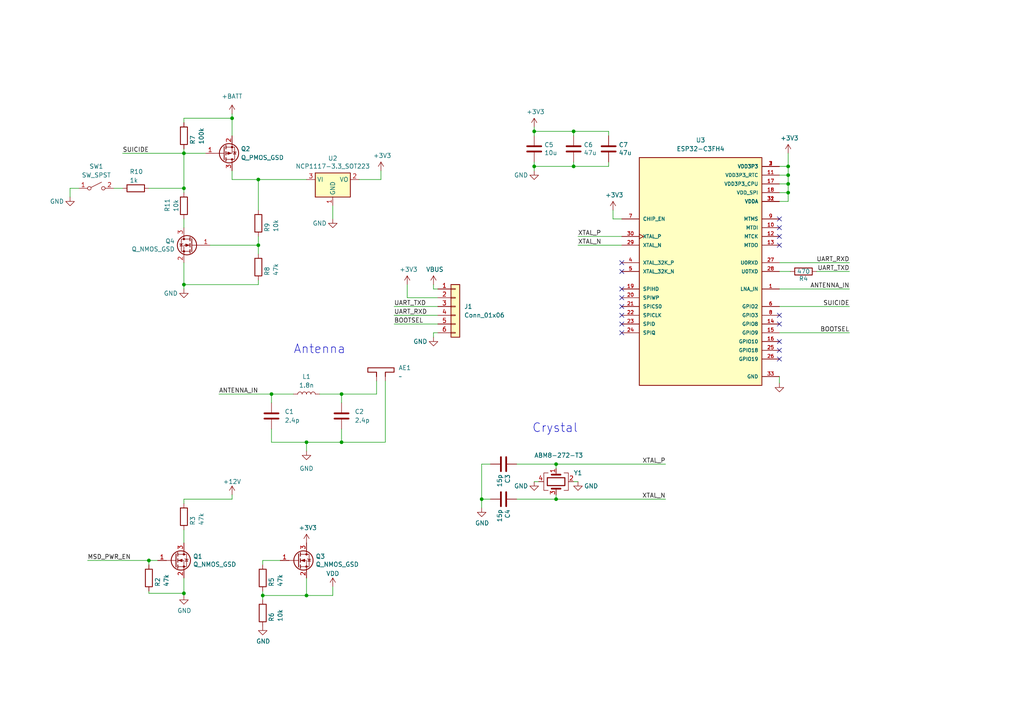
<source format=kicad_sch>
(kicad_sch (version 20231120) (generator "eeschema") (generator_version "8.0")
  (paper "A4")
  (lib_symbols
    (symbol "Battery_Management:LTC4054ES5-4.2"
      (property "Reference" "U" (at -5.842 6.604 0))
      (property "Value" "LTC4054ES5-4.2" (at 1.524 6.604 0))
      (symbol "LTC4054ES5-4.2_0_1"
        (rectangle (start -7.62 5.08) (end 7.62 -7.62) (stroke (width 0.254)) (fill (type background)))
      )
      (symbol "LTC4054ES5-4.2_1_1"
        (pin open_collector line (at -10.16 0 0) (length 2.54) (name "~{CHRG}") (number "1"))
        (pin power_in line (at 0 -10.16 90) (length 2.54) (name "GND") (number "2"))
        (pin power_out line (at 10.16 0 180) (length 2.54) (name "BAT") (number "3"))
        (pin power_in line (at 0 7.62 270) (length 2.54) (name "V_{CC}") (number "4"))
        (pin bidirectional line (at -10.16 -2.54 0) (length 2.54) (name "PROG") (number "5"))
      )
    )
    (symbol "Connector:TestPoint" (pin_numbers hide) (pin_names (offset 0.762) hide)
      (property "Reference" "TP" (at 0 6.858 0))
      (property "Value" "TestPoint" (at 0 5.08 0))
      (symbol "TestPoint_0_1"
        (circle (center 0 3.302) (radius 0.762))
      )
      (symbol "TestPoint_1_1"
        (pin passive line (at 0 0 90) (length 2.54) (name "1") (number "1"))
      )
    )
    (symbol "Connector_Generic:Conn_01x06" (pin_names (offset 1.016) hide)
      (property "Reference" "J" (at 0 7.62 0))
      (property "Value" "Conn_01x06" (at 0 -10.16 0))
      (symbol "Conn_01x06_1_1"
        (rectangle (start -1.27 -7.493) (end 0 -7.747) (stroke (width 0.1524)))
        (rectangle (start -1.27 -4.953) (end 0 -5.207) (stroke (width 0.1524)))
        (rectangle (start -1.27 -2.413) (end 0 -2.667) (stroke (width 0.1524)))
        (rectangle (start -1.27 0.127) (end 0 -0.127) (stroke (width 0.1524)))
        (rectangle (start -1.27 2.667) (end 0 2.413) (stroke (width 0.1524)))
        (rectangle (start -1.27 5.207) (end 0 4.953) (stroke (width 0.1524)))
        (rectangle (start -1.27 6.35) (end 1.27 -8.89) (stroke (width 0.254)) (fill (type background)))
        (pin passive line (at -5.08 5.08 0) (length 3.81) (name "Pin_1") (number "1"))
        (pin passive line (at -5.08 2.54 0) (length 3.81) (name "Pin_2") (number "2"))
        (pin passive line (at -5.08 0 0) (length 3.81) (name "Pin_3") (number "3"))
        (pin passive line (at -5.08 -2.54 0) (length 3.81) (name "Pin_4") (number "4"))
        (pin passive line (at -5.08 -5.08 0) (length 3.81) (name "Pin_5") (number "5"))
        (pin passive line (at -5.08 -7.62 0) (length 3.81) (name "Pin_6") (number "6"))
      )
    )
    (symbol "CustomSymbols:ESP32-C3FH4" (pin_names (offset 1.016))
      (property "Reference" "U" (at -17.78 33.782 0))
      (property "Value" "ESP32-C3FH4" (at -17.78 -33.782 0))
      (symbol "ESP32-C3FH4_0_0"
        (rectangle (start -17.78 -33.02) (end 17.78 33.02) (stroke (width 0.254)) (fill (type background)))
        (pin bidirectional line (at 22.86 -5.08 180) (length 5.08) (name "LNA_IN") (number "1"))
        (pin bidirectional line (at 22.86 12.7 180) (length 5.08) (name "MTDI") (number "10"))
        (pin power_in line (at 22.86 27.94 180) (length 5.08) (name "VDD3P3_RTC") (number "11"))
        (pin bidirectional line (at 22.86 10.16 180) (length 5.08) (name "MTCK") (number "12"))
        (pin bidirectional line (at 22.86 7.62 180) (length 5.08) (name "MTDO") (number "13"))
        (pin bidirectional line (at 22.86 -15.24 180) (length 5.08) (name "GPIO8") (number "14"))
        (pin bidirectional line (at 22.86 -17.78 180) (length 5.08) (name "GPIO9") (number "15"))
        (pin bidirectional line (at 22.86 -20.32 180) (length 5.08) (name "GPIO10") (number "16"))
        (pin power_in line (at 22.86 25.4 180) (length 5.08) (name "VDD3P3_CPU") (number "17"))
        (pin power_in line (at 22.86 22.86 180) (length 5.08) (name "VDD_SPI") (number "18"))
        (pin bidirectional line (at -22.86 -5.08 0) (length 5.08) (name "SPIHD") (number "19"))
        (pin power_in line (at 22.86 30.48 180) (length 5.08) (name "VDD3P3") (number "2"))
        (pin bidirectional line (at -22.86 -7.62 0) (length 5.08) (name "SPIWP") (number "20"))
        (pin bidirectional line (at -22.86 -10.16 0) (length 5.08) (name "SPICS0") (number "21"))
        (pin bidirectional line (at -22.86 -12.7 0) (length 5.08) (name "SPICLK") (number "22"))
        (pin bidirectional line (at -22.86 -15.24 0) (length 5.08) (name "SPID") (number "23"))
        (pin bidirectional line (at -22.86 -17.78 0) (length 5.08) (name "SPIQ") (number "24"))
        (pin bidirectional line (at 22.86 -22.86 180) (length 5.08) (name "GPIO18") (number "25"))
        (pin bidirectional line (at 22.86 -25.4 180) (length 5.08) (name "GPIO19") (number "26"))
        (pin bidirectional line (at 22.86 2.54 180) (length 5.08) (name "U0RXD") (number "27"))
        (pin bidirectional line (at 22.86 0 180) (length 5.08) (name "U0TXD") (number "28"))
        (pin output line (at -22.86 7.62 0) (length 5.08) (name "XTAL_N") (number "29"))
        (pin power_in line (at 22.86 30.48 180) (length 5.08) (name "VDD3P3") (number "3"))
        (pin input clock (at -22.86 10.16 0) (length 5.08) (name "XTAL_P") (number "30"))
        (pin power_in line (at 22.86 20.32 180) (length 5.08) (name "VDDA") (number "31"))
        (pin power_in line (at 22.86 20.32 180) (length 5.08) (name "VDDA") (number "32"))
        (pin power_in line (at 22.86 -30.48 180) (length 5.08) (name "GND") (number "33"))
        (pin bidirectional line (at -22.86 2.54 0) (length 5.08) (name "XTAL_32K_P") (number "4"))
        (pin bidirectional line (at -22.86 0 0) (length 5.08) (name "XTAL_32K_N") (number "5"))
        (pin bidirectional line (at 22.86 -10.16 180) (length 5.08) (name "GPIO2") (number "6"))
        (pin input line (at -22.86 15.24 0) (length 5.08) (name "CHIP_EN") (number "7"))
        (pin bidirectional line (at 22.86 -12.7 180) (length 5.08) (name "GPIO3") (number "8"))
        (pin bidirectional line (at 22.86 15.24 180) (length 5.08) (name "MTMS") (number "9"))
      )
    )
    (symbol "Device:Antenna_Dipole" (pin_numbers hide) (pin_names (offset 1.016) hide)
      (property "Reference" "AE" (at 1.27 1.27 0))
      (property "Value" "Antenna_Dipole" (at 1.27 0 0))
      (symbol "Antenna_Dipole_0_1"
        (polyline (pts (xy 2.54 -3.81) (xy 2.54 -2.54) (xy 5.08 -2.54) (xy 5.08 -1.27) (xy -2.54 -1.27) (xy -2.54 -2.54) (xy 0 -2.54) (xy 0 -3.81)) (stroke (width 0.254)))
      )
      (symbol "Antenna_Dipole_1_1"
        (pin input line (at 0 -5.08 90) (length 2.54) (name "~") (number "1"))
        (pin input line (at 2.54 -5.08 90) (length 2.54) (name "~") (number "2"))
      )
    )
    (symbol "Device:C" (pin_numbers hide) (pin_names (offset 0.254))
      (property "Reference" "C" (at 0.635 2.54 0))
      (property "Value" "C" (at 0.635 -2.54 0))
      (symbol "C_0_1"
        (polyline (pts (xy -2.032 -0.762) (xy 2.032 -0.762)) (stroke (width 0.508)))
        (polyline (pts (xy -2.032 0.762) (xy 2.032 0.762)) (stroke (width 0.508)))
      )
      (symbol "C_1_1"
        (pin passive line (at 0 3.81 270) (length 2.794) (name "~") (number "1"))
        (pin passive line (at 0 -3.81 90) (length 2.794) (name "~") (number "2"))
      )
    )
    (symbol "Device:Crystal_GND24" (pin_names (offset 1.016) hide)
      (property "Reference" "Y" (at 3.175 5.08 0))
      (property "Value" "Crystal_GND24" (at 3.175 3.175 0))
      (symbol "Crystal_GND24_0_1"
        (rectangle (start -1.143 2.54) (end 1.143 -2.54) (stroke (width 0.3048)))
        (polyline (pts (xy -2.54 0) (xy -2.032 0)))
        (polyline (pts (xy -2.032 -1.27) (xy -2.032 1.27)) (stroke (width 0.508)))
        (polyline (pts (xy 0 -3.81) (xy 0 -3.556)))
        (polyline (pts (xy 0 3.556) (xy 0 3.81)))
        (polyline (pts (xy 2.032 -1.27) (xy 2.032 1.27)) (stroke (width 0.508)))
        (polyline (pts (xy 2.032 0) (xy 2.54 0)))
        (polyline (pts (xy -2.54 -2.286) (xy -2.54 -3.556) (xy 2.54 -3.556) (xy 2.54 -2.286)))
        (polyline (pts (xy -2.54 2.286) (xy -2.54 3.556) (xy 2.54 3.556) (xy 2.54 2.286)))
      )
      (symbol "Crystal_GND24_1_1"
        (pin passive line (at -3.81 0 0) (length 1.27) (name "1") (number "1"))
        (pin passive line (at 0 5.08 270) (length 1.27) (name "2") (number "2"))
        (pin passive line (at 3.81 0 180) (length 1.27) (name "3") (number "3"))
        (pin passive line (at 0 -5.08 90) (length 1.27) (name "4") (number "4"))
      )
    )
    (symbol "Device:L" (pin_numbers hide) (pin_names (offset 1.016) hide)
      (property "Reference" "L" (at -1.27 0 90))
      (property "Value" "L" (at 1.905 0 90))
      (symbol "L_0_1"
        (arc (start 0 -2.54) (mid 0.6323 -1.905) (end 0 -1.27))
        (arc (start 0 -1.27) (mid 0.6323 -0.635) (end 0 0))
        (arc (start 0 0) (mid 0.6323 0.635) (end 0 1.27))
        (arc (start 0 1.27) (mid 0.6323 1.905) (end 0 2.54))
      )
      (symbol "L_1_1"
        (pin passive line (at 0 3.81 270) (length 1.27) (name "1") (number "1"))
        (pin passive line (at 0 -3.81 90) (length 1.27) (name "2") (number "2"))
      )
    )
    (symbol "Device:Q_NMOS_GSD" (pin_names (offset 0) hide)
      (property "Reference" "Q" (at 5.08 1.27 0))
      (property "Value" "Q_NMOS_GSD" (at 5.08 -1.27 0))
      (symbol "Q_NMOS_GSD_0_1"
        (polyline (pts (xy 0.254 0) (xy -2.54 0)))
        (polyline (pts (xy 0.254 1.905) (xy 0.254 -1.905)) (stroke (width 0.254)))
        (polyline (pts (xy 0.762 -1.27) (xy 0.762 -2.286)) (stroke (width 0.254)))
        (polyline (pts (xy 0.762 0.508) (xy 0.762 -0.508)) (stroke (width 0.254)))
        (polyline (pts (xy 0.762 2.286) (xy 0.762 1.27)) (stroke (width 0.254)))
        (polyline (pts (xy 2.54 2.54) (xy 2.54 1.778)))
        (polyline (pts (xy 2.54 -2.54) (xy 2.54 0) (xy 0.762 0)))
        (polyline (pts (xy 0.762 -1.778) (xy 3.302 -1.778) (xy 3.302 1.778) (xy 0.762 1.778)))
        (polyline (pts (xy 1.016 0) (xy 2.032 0.381) (xy 2.032 -0.381) (xy 1.016 0)) (fill (type outline)))
        (polyline (pts (xy 2.794 0.508) (xy 2.921 0.381) (xy 3.683 0.381) (xy 3.81 0.254)))
        (polyline (pts (xy 3.302 0.381) (xy 2.921 -0.254) (xy 3.683 -0.254) (xy 3.302 0.381)))
        (circle (center 1.651 0) (radius 2.794) (stroke (width 0.254)))
        (circle (center 2.54 -1.778) (radius 0.254) (fill (type outline)))
        (circle (center 2.54 1.778) (radius 0.254) (fill (type outline)))
      )
      (symbol "Q_NMOS_GSD_1_1"
        (pin input line (at -5.08 0 0) (length 2.54) (name "G") (number "1"))
        (pin passive line (at 2.54 -5.08 90) (length 2.54) (name "S") (number "2"))
        (pin passive line (at 2.54 5.08 270) (length 2.54) (name "D") (number "3"))
      )
    )
    (symbol "Device:Q_PMOS_GSD" (pin_names (offset 0) hide)
      (property "Reference" "Q" (at 5.08 1.27 0))
      (property "Value" "Q_PMOS_GSD" (at 5.08 -1.27 0))
      (symbol "Q_PMOS_GSD_0_1"
        (polyline (pts (xy 0.254 0) (xy -2.54 0)))
        (polyline (pts (xy 0.254 1.905) (xy 0.254 -1.905)) (stroke (width 0.254)))
        (polyline (pts (xy 0.762 -1.27) (xy 0.762 -2.286)) (stroke (width 0.254)))
        (polyline (pts (xy 0.762 0.508) (xy 0.762 -0.508)) (stroke (width 0.254)))
        (polyline (pts (xy 0.762 2.286) (xy 0.762 1.27)) (stroke (width 0.254)))
        (polyline (pts (xy 2.54 2.54) (xy 2.54 1.778)))
        (polyline (pts (xy 2.54 -2.54) (xy 2.54 0) (xy 0.762 0)))
        (polyline (pts (xy 0.762 1.778) (xy 3.302 1.778) (xy 3.302 -1.778) (xy 0.762 -1.778)))
        (polyline (pts (xy 2.286 0) (xy 1.27 0.381) (xy 1.27 -0.381) (xy 2.286 0)) (fill (type outline)))
        (polyline (pts (xy 2.794 -0.508) (xy 2.921 -0.381) (xy 3.683 -0.381) (xy 3.81 -0.254)))
        (polyline (pts (xy 3.302 -0.381) (xy 2.921 0.254) (xy 3.683 0.254) (xy 3.302 -0.381)))
        (circle (center 1.651 0) (radius 2.794) (stroke (width 0.254)))
        (circle (center 2.54 -1.778) (radius 0.254) (fill (type outline)))
        (circle (center 2.54 1.778) (radius 0.254) (fill (type outline)))
      )
      (symbol "Q_PMOS_GSD_1_1"
        (pin input line (at -5.08 0 0) (length 2.54) (name "G") (number "1"))
        (pin passive line (at 2.54 -5.08 90) (length 2.54) (name "S") (number "2"))
        (pin passive line (at 2.54 5.08 270) (length 2.54) (name "D") (number "3"))
      )
    )
    (symbol "Device:R" (pin_numbers hide) (pin_names (offset 0))
      (property "Reference" "R" (at 2.032 0 90))
      (property "Value" "R" (at 0 0 90))
      (symbol "R_0_1"
        (rectangle (start -1.016 -2.54) (end 1.016 2.54) (stroke (width 0.254)))
      )
      (symbol "R_1_1"
        (pin passive line (at 0 3.81 270) (length 1.27) (name "~") (number "1"))
        (pin passive line (at 0 -3.81 90) (length 1.27) (name "~") (number "2"))
      )
    )
    (symbol "Regulator_Linear:NCP1117-3.3_SOT223"
      (property "Reference" "U" (at -3.81 3.175 0))
      (property "Value" "NCP1117-3.3_SOT223" (at 0 3.175 0))
      (symbol "NCP1117-3.3_SOT223_0_1"
        (rectangle (start -5.08 -5.08) (end 5.08 1.905) (stroke (width 0.254)) (fill (type background)))
      )
      (symbol "NCP1117-3.3_SOT223_1_1"
        (pin power_in line (at 0 -7.62 90) (length 2.54) (name "GND") (number "1"))
        (pin power_out line (at 7.62 0 180) (length 2.54) (name "VO") (number "2"))
        (pin power_in line (at -7.62 0 0) (length 2.54) (name "VI") (number "3"))
      )
    )
    (symbol "Switch:SW_SPST" (pin_names (offset 0) hide)
      (property "Reference" "SW" (at 0 3.175 0))
      (property "Value" "SW_SPST" (at 0 -2.54 0))
      (symbol "SW_SPST_0_0"
        (circle (center -2.032 0) (radius 0.508))
        (polyline (pts (xy -1.524 0.254) (xy 1.524 1.778)))
        (circle (center 2.032 0) (radius 0.508))
      )
      (symbol "SW_SPST_1_1"
        (pin passive line (at -5.08 0 0) (length 2.54) (name "A") (number "1"))
        (pin passive line (at 5.08 0 180) (length 2.54) (name "B") (number "2"))
      )
    )
    (symbol "easyeda2kicad:BH-18650-B1BA002"
      (property "Reference" "BT" (at 0 5.08 0))
      (property "Value" "BH-18650-B1BA002" (at 0 -5.08 0))
      (symbol "BH-18650-B1BA002_0_1"
        (polyline (pts (xy -1.27 2.29) (xy -1.27 -1.78)))
        (polyline (pts (xy -0.51 1.27) (xy -0.51 -1.02)))
        (polyline (pts (xy 0.25 2.29) (xy 0.25 -1.78)))
        (polyline (pts (xy 1.02 1.27) (xy 1.02 -1.02)))
        (pin input line (at 5.08 0 180) (length 3.81) (name "1") (number "1"))
        (pin input line (at -5.08 0 0) (length 3.81) (name "2") (number "2"))
      )
    )
    (symbol "power:+12V" (power) (pin_names (offset 0))
      (property "Value" "+12V" (at 0 3.556 0))
      (symbol "+12V_0_1"
        (polyline (pts (xy -0.762 1.27) (xy 0 2.54)))
        (polyline (pts (xy 0 0) (xy 0 2.54)))
        (polyline (pts (xy 0 2.54) (xy 0.762 1.27)))
      )
      (symbol "+12V_1_1"
        (pin power_in line (at 0 0 90) (length 0) hide (name "+12V") (number "1"))
      )
    )
    (symbol "power:+3V3" (power) (pin_names (offset 0))
      (property "Value" "+3V3" (at 0 3.556 0))
      (symbol "+3V3_0_1"
        (polyline (pts (xy -0.762 1.27) (xy 0 2.54)))
        (polyline (pts (xy 0 0) (xy 0 2.54)))
        (polyline (pts (xy 0 2.54) (xy 0.762 1.27)))
      )
      (symbol "+3V3_1_1"
        (pin power_in line (at 0 0 90) (length 0) hide (name "+3V3") (number "1"))
      )
    )
    (symbol "power:+BATT" (power) (pin_names (offset 0))
      (property "Value" "+BATT" (at 0 3.556 0))
      (symbol "+BATT_0_1"
        (polyline (pts (xy -0.762 1.27) (xy 0 2.54)))
        (polyline (pts (xy 0 0) (xy 0 2.54)))
        (polyline (pts (xy 0 2.54) (xy 0.762 1.27)))
      )
      (symbol "+BATT_1_1"
        (pin power_in line (at 0 0 90) (length 0) hide (name "+BATT") (number "1"))
      )
    )
    (symbol "power:GND" (power) (pin_names (offset 0))
      (property "Value" "GND" (at 0 -3.81 0))
      (symbol "GND_0_1"
        (polyline (pts (xy 0 0) (xy 0 -1.27) (xy 1.27 -1.27) (xy 0 -2.54) (xy -1.27 -1.27) (xy 0 -1.27)))
      )
      (symbol "GND_1_1"
        (pin power_in line (at 0 0 270) (length 0) hide (name "GND") (number "1"))
      )
    )
    (symbol "power:VBUS" (power) (pin_names (offset 0))
      (property "Value" "VBUS" (at 0 3.81 0))
      (symbol "VBUS_0_1"
        (polyline (pts (xy -0.762 1.27) (xy 0 2.54)))
        (polyline (pts (xy 0 0) (xy 0 2.54)))
        (polyline (pts (xy 0 2.54) (xy 0.762 1.27)))
      )
      (symbol "VBUS_1_1"
        (pin power_in line (at 0 0 90) (length 0) hide (name "VBUS") (number "1"))
      )
    )
    (symbol "power:VDD" (power) (pin_names (offset 0))
      (property "Value" "VDD" (at 0 3.81 0))
      (symbol "VDD_0_1"
        (polyline (pts (xy -0.762 1.27) (xy 0 2.54)))
        (polyline (pts (xy 0 0) (xy 0 2.54)))
        (polyline (pts (xy 0 2.54) (xy 0.762 1.27)))
      )
      (symbol "VDD_1_1"
        (pin power_in line (at 0 0 90) (length 0) hide (name "VDD") (number "1"))
      )
    )
  )
  (junction (at 53.34 44.45))
  (junction (at 228.6 55.88))
  (junction (at 74.93 52.07))
  (junction (at 53.34 54.61))
  (junction (at 166.37 48.26))
  (junction (at 154.94 48.26))
  (junction (at 53.34 82.55))
  (junction (at 99.06 128.27))
  (junction (at 76.2 172.72))
  (junction (at 43.18 162.56))
  (junction (at 139.7 144.78))
  (junction (at -78.74 50.8))
  (junction (at 67.31 34.29))
  (junction (at 161.29 134.62))
  (junction (at 53.34 172.085))
  (junction (at 74.93 71.12))
  (junction (at 228.6 53.34))
  (junction (at 161.29 144.78))
  (junction (at 228.6 48.26))
  (junction (at 88.9 172.72))
  (junction (at 154.94 38.1))
  (junction (at 228.6 50.8))
  (junction (at 78.74 114.3))
  (junction (at -55.88 38.1))
  (junction (at 99.06 114.3))
  (junction (at 166.37 38.1))
  (junction (at 88.9 128.27))
  (no_connect (at 226.06 66.04))
  (no_connect (at 180.34 91.44))
  (no_connect (at 180.34 78.74))
  (no_connect (at 180.34 86.36))
  (no_connect (at 180.34 93.98))
  (no_connect (at 226.06 63.5))
  (no_connect (at 226.06 99.06))
  (no_connect (at 226.06 93.98))
  (no_connect (at 180.34 96.52))
  (no_connect (at 180.34 88.9))
  (no_connect (at 226.06 91.44))
  (no_connect (at 180.34 83.82))
  (no_connect (at 226.06 68.58))
  (no_connect (at 226.06 104.14))
  (no_connect (at 226.06 101.6))
  (no_connect (at 226.06 71.12))
  (no_connect (at 180.34 76.2))
  (wire (pts (xy 228.6 48.26) (xy 228.6 50.8)))
  (wire (pts (xy 176.53 46.99) (xy 176.53 48.26)))
  (wire (pts (xy 228.6 50.8) (xy 226.06 50.8)))
  (wire (pts (xy 154.94 48.26) (xy 166.37 48.26)))
  (wire (pts (xy -69.85 50.8) (xy -69.85 48.26)))
  (wire (pts (xy 76.2 172.72) (xy 88.9 172.72)))
  (wire (pts (xy 228.6 53.34) (xy 226.06 53.34)))
  (wire (pts (xy 226.06 83.82) (xy 246.38 83.82)))
  (wire (pts (xy 125.73 82.55) (xy 125.73 83.82)))
  (wire (pts (xy 74.93 60.96) (xy 74.93 52.07)))
  (wire (pts (xy 99.06 114.3) (xy 99.06 116.84)))
  (wire (pts (xy 33.02 54.61) (xy 35.56 54.61)))
  (wire (pts (xy 74.93 68.58) (xy 74.93 71.12)))
  (wire (pts (xy 88.9 172.72) (xy 96.52 172.72)))
  (wire (pts (xy 228.6 58.42) (xy 226.06 58.42)))
  (wire (pts (xy 166.37 38.1) (xy 176.53 38.1)))
  (wire (pts (xy 53.34 76.2) (xy 53.34 82.55)))
  (wire (pts (xy 60.96 71.12) (xy 74.93 71.12)))
  (wire (pts (xy 154.94 139.7) (xy 156.21 139.7)))
  (wire (pts (xy 149.86 134.62) (xy 161.29 134.62)))
  (wire (pts (xy -86.36 41.91) (xy -86.36 40.64)))
  (wire (pts (xy 53.34 43.18) (xy 53.34 44.45)))
  (wire (pts (xy 154.94 39.37) (xy 154.94 38.1)))
  (wire (pts (xy 228.6 55.88) (xy 226.06 55.88)))
  (wire (pts (xy 177.8 63.5) (xy 180.34 63.5)))
  (wire (pts (xy 161.29 143.51) (xy 161.29 144.78)))
  (wire (pts (xy 142.24 134.62) (xy 139.7 134.62)))
  (wire (pts (xy 43.18 172.085) (xy 53.34 172.085)))
  (wire (pts (xy 177.8 60.96) (xy 177.8 63.5)))
  (wire (pts (xy 114.3 88.9) (xy 127 88.9)))
  (wire (pts (xy -55.88 44.45) (xy -55.88 38.1)))
  (wire (pts (xy 78.74 114.3) (xy 85.09 114.3)))
  (wire (pts (xy 111.76 110.49) (xy 111.76 128.27)))
  (wire (pts (xy 53.34 172.085) (xy 53.34 172.72)))
  (wire (pts (xy 88.9 128.27) (xy 99.06 128.27)))
  (wire (pts (xy 53.34 82.55) (xy 53.34 83.82)))
  (wire (pts (xy 43.18 162.56) (xy 45.72 162.56)))
  (wire (pts (xy 154.94 49.53) (xy 154.94 48.26)))
  (wire (pts (xy 104.14 52.07) (xy 110.49 52.07)))
  (wire (pts (xy 154.94 38.1) (xy 166.37 38.1)))
  (wire (pts (xy 53.34 44.45) (xy 59.69 44.45)))
  (wire (pts (xy 228.6 44.45) (xy 228.6 48.26)))
  (wire (pts (xy 76.2 162.56) (xy 76.2 163.83)))
  (wire (pts (xy -55.88 35.56) (xy -55.88 38.1)))
  (wire (pts (xy -78.74 54.61) (xy -78.74 50.8)))
  (wire (pts (xy 226.06 109.22) (xy 226.06 111.125)))
  (wire (pts (xy 76.2 173.99) (xy 76.2 172.72)))
  (wire (pts (xy 127 83.82) (xy 125.73 83.82)))
  (wire (pts (xy -86.36 40.64) (xy -80.01 40.64)))
  (wire (pts (xy 154.94 46.99) (xy 154.94 48.26)))
  (wire (pts (xy 53.34 63.5) (xy 53.34 66.04)))
  (wire (pts (xy 53.34 167.64) (xy 53.34 172.085)))
  (wire (pts (xy 228.6 48.26) (xy 226.06 48.26)))
  (wire (pts (xy 53.34 144.78) (xy 67.31 144.78)))
  (wire (pts (xy 154.94 38.1) (xy 154.94 36.83)))
  (wire (pts (xy 96.52 59.69) (xy 96.52 63.5)))
  (wire (pts (xy 125.73 96.52) (xy 125.73 97.79)))
  (wire (pts (xy 20.32 54.61) (xy 20.32 57.15)))
  (wire (pts (xy 110.49 49.53) (xy 110.49 52.07)))
  (wire (pts (xy -59.69 38.1) (xy -55.88 38.1)))
  (wire (pts (xy 166.37 38.1) (xy 166.37 39.37)))
  (wire (pts (xy 67.31 34.29) (xy 67.31 39.37)))
  (wire (pts (xy 78.74 128.27) (xy 78.74 124.46)))
  (wire (pts (xy 118.11 82.55) (xy 118.11 86.36)))
  (wire (pts (xy 166.37 48.26) (xy 176.53 48.26)))
  (wire (pts (xy 167.64 71.12) (xy 180.34 71.12)))
  (wire (pts (xy 149.86 144.78) (xy 161.29 144.78)))
  (wire (pts (xy 161.29 134.62) (xy 193.04 134.62)))
  (wire (pts (xy 96.52 170.18) (xy 96.52 172.72)))
  (wire (pts (xy 166.37 46.99) (xy 166.37 48.26)))
  (wire (pts (xy -93.98 38.1) (xy -80.01 38.1)))
  (wire (pts (xy 226.06 96.52) (xy 246.38 96.52)))
  (wire (pts (xy 228.6 55.88) (xy 228.6 58.42)))
  (wire (pts (xy 161.29 135.89) (xy 161.29 134.62)))
  (wire (pts (xy 109.22 114.3) (xy 99.06 114.3)))
  (wire (pts (xy 35.56 44.45) (xy 53.34 44.45)))
  (wire (pts (xy 53.34 144.78) (xy 53.34 146.05)))
  (wire (pts (xy 114.3 93.98) (xy 127 93.98)))
  (wire (pts (xy 78.74 114.3) (xy 78.74 116.84)))
  (wire (pts (xy 81.28 162.56) (xy 76.2 162.56)))
  (wire (pts (xy 67.31 52.07) (xy 74.93 52.07)))
  (wire (pts (xy 166.37 139.7) (xy 167.64 139.7)))
  (wire (pts (xy 176.53 38.1) (xy 176.53 39.37)))
  (wire (pts (xy 74.93 71.12) (xy 74.93 73.66)))
  (wire (pts (xy 43.18 54.61) (xy 53.34 54.61)))
  (wire (pts (xy 76.2 171.45) (xy 76.2 172.72)))
  (wire (pts (xy -86.36 50.8) (xy -78.74 50.8)))
  (wire (pts (xy 67.31 49.53) (xy 67.31 52.07)))
  (wire (pts (xy 226.06 78.74) (xy 229.235 78.74)))
  (wire (pts (xy 53.34 44.45) (xy 53.34 54.61)))
  (wire (pts (xy 74.93 52.07) (xy 88.9 52.07)))
  (wire (pts (xy 88.9 167.64) (xy 88.9 172.72)))
  (wire (pts (xy 99.06 128.27) (xy 111.76 128.27)))
  (wire (pts (xy 53.34 153.67) (xy 53.34 157.48)))
  (wire (pts (xy 99.06 124.46) (xy 99.06 128.27)))
  (wire (pts (xy 53.34 34.29) (xy 53.34 35.56)))
  (wire (pts (xy 161.29 144.78) (xy 193.04 144.78)))
  (wire (pts (xy 228.6 50.8) (xy 228.6 53.34)))
  (wire (pts (xy 25.4 162.56) (xy 43.18 162.56)))
  (wire (pts (xy 142.24 144.78) (xy 139.7 144.78)))
  (wire (pts (xy 92.71 114.3) (xy 99.06 114.3)))
  (wire (pts (xy 43.18 171.45) (xy 43.18 172.085)))
  (wire (pts (xy 167.64 68.58) (xy 180.34 68.58)))
  (wire (pts (xy 20.32 54.61) (xy 22.86 54.61)))
  (wire (pts (xy 226.06 76.2) (xy 246.38 76.2)))
  (wire (pts (xy 88.9 128.27) (xy 88.9 130.81)))
  (wire (pts (xy 109.22 110.49) (xy 109.22 114.3)))
  (wire (pts (xy 139.7 134.62) (xy 139.7 144.78)))
  (wire (pts (xy 53.34 54.61) (xy 53.34 55.88)))
  (wire (pts (xy 67.31 143.51) (xy 67.31 144.78)))
  (wire (pts (xy 63.5 114.3) (xy 78.74 114.3)))
  (wire (pts (xy 125.73 96.52) (xy 127 96.52)))
  (wire (pts (xy -86.36 50.8) (xy -86.36 49.53)))
  (wire (pts (xy 228.6 53.34) (xy 228.6 55.88)))
  (wire (pts (xy 53.34 34.29) (xy 67.31 34.29)))
  (wire (pts (xy 78.74 128.27) (xy 88.9 128.27)))
  (wire (pts (xy 236.855 78.74) (xy 246.38 78.74)))
  (wire (pts (xy 43.18 162.56) (xy 43.18 163.83)))
  (wire (pts (xy 114.3 91.44) (xy 127 91.44)))
  (wire (pts (xy 53.34 82.55) (xy 74.93 82.55)))
  (wire (pts (xy 139.7 144.78) (xy 139.7 147.32)))
  (wire (pts (xy 118.11 86.36) (xy 127 86.36)))
  (wire (pts (xy 74.93 82.55) (xy 74.93 81.28)))
  (wire (pts (xy -78.74 50.8) (xy -69.85 50.8)))
  (wire (pts (xy 67.31 33.02) (xy 67.31 34.29)))
  (wire (pts (xy 226.06 88.9) (xy 246.38 88.9)))
  (text "Crystal" (at 154.305 125.73 0) (effects (font (size 2.54 2.54)) (justify left bottom)))
  (text "Antenna" (at 85.09 102.87 0) (effects (font (size 2.54 2.54)) (justify left bottom)))
  (text "Battery Management" (at -86.36 19.05 0) (effects (font (size 2.54 2.54)) (justify left bottom)))
  (label "UART_TXD" (at 246.38 78.74 180))
  (label "XTAL_P" (at 193.04 134.62 180))
  (label "BOOTSEL" (at 246.38 96.52 180))
  (label "BOOTSEL" (at 114.3 93.98 0))
  (label "XTAL_N" (at 167.64 71.12 0))
  (label "~{CHRG}" (at -93.98 38.1 0))
  (label "XTAL_P" (at 167.64 68.58 0))
  (label "MSD_PWR_EN" (at 25.4 162.56 0))
  (label "ANTENNA_IN" (at 63.5 114.3 0))
  (label "UART_RXD" (at 114.3 91.44 0))
  (label "ANTENNA_IN" (at 246.38 83.82 180))
  (label "UART_TXD" (at 114.3 88.9 0))
  (label "XTAL_N" (at 193.04 144.78 180))
  (label "SUICIDE" (at 246.38 88.9 180))
  (label "UART_RXD" (at 246.38 76.2 180))
  (label "SUICIDE" (at 35.56 44.45 0))
  (symbol (lib_id "power:VBUS") (at 125.73 82.55 0) (unit 1)
    (property "Reference" "#PWR08" (effects (hide yes)))
    (property "Value" "VBUS" (at 126.111 78.1558 0))
  )
  (symbol (lib_id "Device:R") (at 43.18 167.64 0) (unit 1)
    (property "Reference" "R2" (at 45.72 170.18 90) (effects (justify left)))
    (property "Value" "47k" (at 48.26 170.18 90) (effects (justify left)))
    (property "Footprint" "Resistor_SMD:R_0402_1005Metric" (effects (hide yes)))
    (property "LCSC" "C25792" (effects (hide yes)))
  )
  (symbol (lib_id "Device:C") (at 146.05 134.62 270) (unit 1)
    (property "Reference" "C3" (at 147.2184 137.541 0) (effects (justify left)))
    (property "Value" "15p" (at 144.907 137.541 0) (effects (justify left)))
    (property "Footprint" "Capacitor_SMD:C_0402_1005Metric" (effects (hide yes)))
    (property "LCSC" "C1548" (effects (hide yes)))
  )
  (symbol (lib_id "power:+3V3") (at 177.8 60.96 0) (unit 1)
    (property "Reference" "#PWR016" (effects (hide yes)))
    (property "Value" "+3V3" (at 178.181 56.5658 0))
  )
  (symbol (lib_id "Device:R") (at 53.34 39.37 0) (unit 1)
    (property "Reference" "R7" (at 55.88 41.91 90) (effects (justify left)))
    (property "Value" "100k" (at 58.42 41.91 90) (effects (justify left)))
    (property "Footprint" "Resistor_SMD:R_0402_1005Metric" (effects (hide yes)))
  )
  (symbol (lib_id "power:GND") (at 139.7 147.32 0) (unit 1)
    (property "Reference" "#PWR011" (effects (hide yes)))
    (property "Value" "GND" (at 139.827 151.7142 0))
  )
  (symbol (lib_id "Device:C") (at 99.06 120.65 0) (unit 1)
    (property "Reference" "C2" (at 102.87 119.38 0) (effects (justify left)))
    (property "Value" "2.4p" (at 102.87 121.92 0) (effects (justify left)))
    (property "Footprint" "Capacitor_SMD:C_0402_1005Metric" (effects (hide yes)))
    (property "LCSC" "C48346" (effects (hide yes)))
  )
  (symbol (lib_id "power:+3V3") (at 154.94 36.83 0) (unit 1)
    (property "Reference" "#PWR012" (effects (hide yes)))
    (property "Value" "+3V3" (at 155.321 32.4358 0))
  )
  (symbol (lib_id "power:+3V3") (at 110.49 49.53 0) (unit 1)
    (property "Reference" "#PWR024" (effects (hide yes)))
    (property "Value" "+3V3" (at 110.871 45.1358 0))
  )
  (symbol (lib_id "power:GND") (at 76.2 181.61 0) (unit 1)
    (property "Reference" "#PWR021" (effects (hide yes)))
    (property "Value" "GND" (at 76.327 186.0042 0))
  )
  (symbol (lib_id "Device:R") (at 53.34 59.69 0) (unit 1)
    (property "Reference" "R11" (at 48.514 61.468 90) (effects (justify left)))
    (property "Value" "10k" (at 51.054 61.468 90) (effects (justify left)))
    (property "Footprint" "Resistor_SMD:R_0402_1005Metric" (effects (hide yes)))
  )
  (symbol (lib_id "Device:C") (at 154.94 43.18 0) (unit 1)
    (property "Reference" "C5" (at 157.861 42.0116 0) (effects (justify left)))
    (property "Value" "10u" (at 157.861 44.323 0) (effects (justify left)))
    (property "Footprint" "Capacitor_SMD:C_0402_1005Metric" (effects (hide yes)))
    (property "LCSC" "C15525" (effects (hide yes)))
  )
  (symbol (lib_id "Device:Q_NMOS_GSD") (at 50.8 162.56 0) (unit 1)
    (property "Reference" "Q1" (at 55.9816 161.3916 0) (effects (justify left)))
    (property "Value" "Q_NMOS_GSD" (at 55.9816 163.703 0) (effects (justify left)))
    (property "Footprint" "Package_TO_SOT_SMD:SOT-23" (effects (hide yes)))
    (property "manf#" "DMG1012UW-7" (effects (hide yes)))
    (property "LCSC" "C8548" (effects (hide yes)))
  )
  (symbol (lib_id "power:GND") (at -55.88 54.61 0) (unit 1)
    (property "Reference" "#PWR04" (effects (hide yes)))
    (property "Value" "GND" (at -55.88 59.69 0))
  )
  (symbol (lib_id "power:GND") (at 53.34 172.72 0) (unit 1)
    (property "Reference" "#PWR017" (effects (hide yes)))
    (property "Value" "GND" (at 53.467 177.1142 0))
  )
  (symbol (lib_id "power:+3V3") (at 118.11 82.55 0) (unit 1)
    (property "Reference" "#PWR07" (effects (hide yes)))
    (property "Value" "+3V3" (at 118.491 78.1558 0))
  )
  (symbol (lib_id "power:GND") (at -78.74 54.61 0) (unit 1)
    (property "Reference" "#PWR01" (effects (hide yes)))
    (property "Value" "GND" (at -78.74 59.69 0))
  )
  (symbol (lib_id "power:GND") (at 226.06 111.125 0) (unit 1)
    (property "Reference" "#PWR019" (effects (hide yes)))
    (property "Value" "GND" (effects (hide yes)))
  )
  (symbol (lib_id "Device:Q_PMOS_GSD") (at 64.77 44.45 0) (mirror x) (unit 1)
    (property "Reference" "Q2" (at 69.85 43.18 0) (effects (justify left)))
    (property "Value" "Q_PMOS_GSD" (at 69.85 45.72 0) (effects (justify left)))
    (property "Footprint" "Package_TO_SOT_SMD:SOT-23" (effects (hide yes)))
    (property "LCSC" "C8547" (effects (hide yes)))
  )
  (symbol (lib_id "Device:R") (at 39.37 54.61 270) (unit 1)
    (property "Reference" "R10" (at 37.592 49.784 90) (effects (justify left)))
    (property "Value" "1k" (at 37.592 52.324 90) (effects (justify left)))
    (property "Footprint" "Resistor_SMD:R_0402_1005Metric" (effects (hide yes)))
  )
  (symbol (lib_id "power:+3V3") (at 88.9 157.48 0) (unit 1)
    (property "Reference" "#PWR022" (effects (hide yes)))
    (property "Value" "+3V3" (at 89.281 153.0858 0))
  )
  (symbol (lib_id "power:+12V") (at 67.31 143.51 0) (unit 1)
    (property "Reference" "#PWR020" (effects (hide yes)))
    (property "Value" "+12V" (at 67.31 139.7 0))
  )
  (symbol (lib_id "Connector_Generic:Conn_01x06") (at 132.08 88.9 0) (unit 1)
    (property "Reference" "J1" (at 134.62 88.8999 0) (effects (justify left)))
    (property "Value" "Conn_01x06" (at 134.62 91.4399 0) (effects (justify left)))
    (property "Footprint" "Connector_PinHeader_2.54mm:PinHeader_1x06_P2.54mm_Vertical" (effects (hide yes)))
    (property "Description" "Generic connector, single row, 01x06, script generated (kicad-library-utils/schlib/autogen/connector/)" (effects (hide yes)))
  )
  (symbol (lib_id "Device:C") (at 78.74 120.65 0) (unit 1)
    (property "Reference" "C1" (at 82.55 119.38 0) (effects (justify left)))
    (property "Value" "2.4p" (at 82.55 121.92 0) (effects (justify left)))
    (property "Footprint" "Capacitor_SMD:C_0402_1005Metric" (effects (hide yes)))
    (property "LCSC" "C48346" (effects (hide yes)))
  )
  (symbol (lib_id "Switch:SW_SPST") (at 27.94 54.61 0) (unit 1)
    (property "Reference" "SW1" (at 27.94 48.26 0))
    (property "Value" "SW_SPST" (at 27.94 50.8 0))
    (property "Description" "Single Pole Single Throw (SPST) switch" (effects (hide yes)))
  )
  (symbol (lib_id "power:GND") (at 88.9 130.81 0) (unit 1)
    (property "Reference" "#PWR05" (effects (hide yes)))
    (property "Value" "GND" (at 88.9 135.89 0))
  )
  (symbol (lib_id "power:VDD") (at 96.52 170.18 0) (unit 1)
    (property "Reference" "#PWR023" (effects (hide yes)))
    (property "Value" "VDD" (at 96.52 166.37 0))
  )
  (symbol (lib_id "power:VBUS") (at -69.85 30.48 0) (unit 1)
    (property "Reference" "#PWR02" (effects (hide yes)))
    (property "Value" "VBUS" (at -69.85 25.4 0))
  )
  (symbol (lib_id "power:+BATT") (at -55.88 35.56 0) (unit 1)
    (property "Reference" "#PWR03" (effects (hide yes)))
    (property "Value" "+BATT" (at -55.88 30.48 0))
  )
  (symbol (lib_id "Regulator_Linear:NCP1117-3.3_SOT223") (at 96.52 52.07 0) (unit 1)
    (property "Reference" "U2" (at 96.52 45.9232 0))
    (property "Value" "NCP1117-3.3_SOT223" (at 96.52 48.2346 0))
    (property "Footprint" "Package_TO_SOT_SMD:SOT-223-3_TabPin2" (effects (hide yes)))
    (property "Datasheet" "http://www.onsemi.com/pub_link/Collateral/NCP1117-D.PDF" (effects (hide yes)))
    (property "LCSC" "C26537" (effects (hide yes)))
  )
  (symbol (lib_id "Device:C") (at 176.53 43.18 0) (unit 1)
    (property "Reference" "C7" (at 179.451 42.0116 0) (effects (justify left)))
    (property "Value" "47u" (at 179.451 44.323 0) (effects (justify left)))
    (property "Footprint" "Capacitor_SMD:C_0805_2012Metric" (effects (hide yes)))
    (property "LCSC" "C16780" (effects (hide yes)))
  )
  (symbol (lib_id "power:GND") (at 96.52 63.5 0) (unit 1)
    (property "Reference" "#PWR010" (effects (hide yes)))
    (property "Value" "GND" (at 92.71 64.77 0))
  )
  (symbol (lib_id "power:+BATT") (at 67.31 33.02 0) (unit 1)
    (property "Reference" "#PWR06" (effects (hide yes)))
    (property "Value" "+BATT" (at 67.31 27.94 0))
  )
  (symbol (lib_id "power:GND") (at 53.34 83.82 0) (unit 1)
    (property "Reference" "#PWR025" (effects (hide yes)))
    (property "Value" "GND" (at 49.53 85.09 0))
  )
  (symbol (lib_id "Device:R") (at 76.2 167.64 0) (unit 1)
    (property "Reference" "R5" (at 78.74 170.18 90) (effects (justify left)))
    (property "Value" "47k" (at 81.28 170.18 90) (effects (justify left)))
    (property "Footprint" "Resistor_SMD:R_0402_1005Metric" (effects (hide yes)))
    (property "LCSC" "C25792" (effects (hide yes)))
  )
  (symbol (lib_id "Device:R") (at 74.93 77.47 0) (unit 1)
    (property "Reference" "R8" (at 77.47 80.01 90) (effects (justify left)))
    (property "Value" "47k" (at 80.01 80.01 90) (effects (justify left)))
    (property "Footprint" "Resistor_SMD:R_0402_1005Metric" (effects (hide yes)))
    (property "LCSC" "C25792" (effects (hide yes)))
  )
  (symbol (lib_id "power:+3V3") (at 228.6 44.45 0) (unit 1)
    (property "Reference" "#PWR018" (effects (hide yes)))
    (property "Value" "+3V3" (at 228.981 40.0558 0))
  )
  (symbol (lib_id "Device:R") (at 76.2 177.8 0) (unit 1)
    (property "Reference" "R6" (at 78.74 180.34 90) (effects (justify left)))
    (property "Value" "10k" (at 81.28 180.34 90) (effects (justify left)))
    (property "Footprint" "Resistor_SMD:R_0402_1005Metric" (effects (hide yes)))
    (property "LCSC" "C25744" (effects (hide yes)))
  )
  (symbol (lib_id "Device:Antenna_Dipole") (at 109.22 105.41 0) (unit 1)
    (property "Reference" "AE1" (at 115.57 106.68 0) (effects (justify left)))
    (property "Value" "~" (at 115.57 109.22 0) (effects (justify left)))
    (property "Footprint" "RF_Antenna:Texas_SWRA117D_2.4GHz_Left" (effects (hide yes)))
  )
  (symbol (lib_id "Device:C") (at 166.37 43.18 0) (unit 1)
    (property "Reference" "C6" (at 169.291 42.0116 0) (effects (justify left)))
    (property "Value" "47u" (at 169.291 44.323 0) (effects (justify left)))
    (property "Footprint" "Capacitor_SMD:C_0805_2012Metric" (effects (hide yes)))
    (property "LCSC" "C16780" (effects (hide yes)))
  )
  (symbol (lib_id "Device:C") (at 146.05 144.78 270) (unit 1)
    (property "Reference" "C4" (at 147.2184 147.701 0) (effects (justify left)))
    (property "Value" "15p" (at 144.907 147.701 0) (effects (justify left)))
    (property "Footprint" "Capacitor_SMD:C_0402_1005Metric" (effects (hide yes)))
    (property "LCSC" "C1548" (effects (hide yes)))
  )
  (symbol (lib_id "power:GND") (at 125.73 97.79 0) (unit 1)
    (property "Reference" "#PWR09" (effects (hide yes)))
    (property "Value" "GND" (at 121.92 99.06 0))
  )
  (symbol (lib_id "Device:R") (at -86.36 45.72 0) (unit 1)
    (property "Reference" "R1" (at -85.09 44.45 0) (effects (justify left)))
    (property "Value" "1.27k" (at -85.09 46.99 0) (effects (justify left)))
    (property "Footprint" "Resistor_SMD:R_0402_1005Metric" (effects (hide yes)))
  )
  (symbol (lib_id "power:GND") (at 154.94 49.53 0) (unit 1)
    (property "Reference" "#PWR013" (effects (hide yes)))
    (property "Value" "GND" (at 151.13 50.8 0))
  )
  (symbol (lib_id "power:GND") (at 154.94 139.7 0) (unit 1)
    (property "Reference" "#PWR014" (effects (hide yes)))
    (property "Value" "GND" (at 151.13 140.97 0))
  )
  (symbol (lib_id "power:GND") (at 167.64 139.7 0) (unit 1)
    (property "Reference" "#PWR015" (effects (hide yes)))
    (property "Value" "GND" (at 171.45 140.97 0))
  )
  (symbol (lib_id "Device:R") (at 233.045 78.74 90) (unit 1)
    (property "Reference" "R4" (at 233.045 80.8228 90))
    (property "Value" "470" (at 233.045 78.74 90))
    (property "Footprint" "Resistor_SMD:R_0402_1005Metric" (effects (hide yes)))
    (property "manf#" "RC0805FR-07200RL" (effects (hide yes)))
    (property "LCSC" "C25117" (effects (hide yes)))
  )
  (symbol (lib_id "power:GND") (at 20.32 57.15 0) (unit 1)
    (property "Reference" "#PWR026" (effects (hide yes)))
    (property "Value" "GND" (at 16.51 58.42 0))
  )
  (symbol (lib_id "Battery_Management:LTC4054ES5-4.2") (at -69.85 38.1 0) (unit 1)
    (property "Reference" "U1" (at -80.01 26.8321 0))
    (property "Value" "LTC4054ES5-4.2" (at -80.01 29.3721 0))
    (property "Footprint" "Package_TO_SOT_SMD:TSOT-23-5" (effects (hide yes)))
    (property "Datasheet" "https://www.analog.com/media/en/technical-documentation/data-sheets/405442xf.pdf" (effects (hide yes)))
    (property "LCSC" " C462648" (at -80.01 31.75 0))
  )
  (symbol (lib_id "Connector:TestPoint") (at -55.88 38.1 270) (unit 1)
    (property "Reference" "TP1" (at -48.26 38.1 90))
    (property "Value" "BATT" (at -48.26 35.56 90))
    (property "Footprint" "TestPoint:TestPoint_THTPad_D1.0mm_Drill0.5mm" (effects (hide yes)))
  )
  (symbol (lib_id "easyeda2kicad:BH-18650-B1BA002") (at -55.88 49.53 270) (unit 1)
    (property "Reference" "BT2" (at -52.07 48.2599 90) (effects (justify left)))
    (property "Value" "BH-18650-B1BA002" (at -52.07 50.7999 90) (effects (justify left)))
    (property "Footprint" "easyeda2kicad:BATTERY-SMD_18650-1S-L77.1-W20.7-1" (effects (hide yes)))
    (property "LCSC Part" "C2988620" (effects (hide yes)))
  )
  (symbol (lib_id "CustomSymbols:ESP32-C3FH4") (at 203.2 78.74 0) (unit 1)
    (property "Reference" "U3" (at 203.2 40.64 0))
    (property "Value" "ESP32-C3FH4" (at 203.2 43.18 0))
    (property "Footprint" "Package_DFN_QFN:QFN-32-1EP_5x5mm_P0.5mm_EP3.7x3.7mm" (effects (hide yes)))
    (property "Description" "\nBluetooth, WiFi 802.11b/g/n, Bluetooth v5.0 Transceiver Module 2.402GHz ~ 2.48GHz Antenna Not Included Surface Mount\n" (effects (hide yes)))
    (property "MF" "Espressif Systems" (effects (hide yes)))
    (property "MAXIMUM_PACKAGE_HEIGHT" "0.9mm" (effects (hide yes)))
    (property "Package" "VFQFN-32 Espressif Systems" (effects (hide yes)))
    (property "Price" "None" (effects (hide yes)))
    (property "Check_prices" "https://www.snapeda.com/parts/ESP32-C3FH4/Espressif+Systems/view-part/?ref=eda" (effects (hide yes)))
    (property "STANDARD" "IPC 7351B" (effects (hide yes)))
    (property "PARTREV" "V1.0" (effects (hide yes)))
    (property "SnapEDA_Link" "https://www.snapeda.com/parts/ESP32-C3FH4/Espressif+Systems/view-part/?ref=snap" (effects (hide yes)))
    (property "MP" "ESP32-C3FH4" (effects (hide yes)))
    (property "Purchase-URL" "https://www.snapeda.com/api/url_track_click_mouser/?unipart_id=5881917&manufacturer=Espressif Systems&part_name=ESP32-C3FH4&search_term=None" (effects (hide yes)))
    (property "Availability" "In Stock" (effects (hide yes)))
    (property "MANUFACTURER" "Espressif" (effects (hide yes)))
    (property "LCSC" "C2858491" (effects (hide yes)))
  )
  (symbol (lib_id "Device:R") (at 74.93 64.77 0) (unit 1)
    (property "Reference" "R9" (at 77.47 67.31 90) (effects (justify left)))
    (property "Value" "10k" (at 80.01 67.31 90) (effects (justify left)))
    (property "Footprint" "Resistor_SMD:R_0402_1005Metric" (effects (hide yes)))
  )
  (symbol (lib_id "Device:R") (at 53.34 149.86 0) (unit 1)
    (property "Reference" "R3" (at 55.88 152.4 90) (effects (justify left)))
    (property "Value" "47k" (at 58.42 152.4 90) (effects (justify left)))
    (property "Footprint" "Resistor_SMD:R_0402_1005Metric" (effects (hide yes)))
    (property "LCSC" "C25792" (effects (hide yes)))
  )
  (symbol (lib_id "Device:Q_NMOS_GSD") (at 55.88 71.12 0) (mirror y) (unit 1)
    (property "Reference" "Q4" (at 50.6984 69.9516 0) (effects (justify left)))
    (property "Value" "Q_NMOS_GSD" (at 50.6984 72.263 0) (effects (justify left)))
    (property "Footprint" "Package_TO_SOT_SMD:SOT-23" (effects (hide yes)))
    (property "manf#" "DMG1012UW-7" (effects (hide yes)))
    (property "LCSC" "C8548" (effects (hide yes)))
  )
  (symbol (lib_id "Device:Crystal_GND24") (at 161.29 139.7 270) (unit 1)
    (property "Reference" "Y1" (at 166.37 137.16 90) (effects (justify left)))
    (property "Value" "ABM8-272-T3" (at 154.94 132.08 90) (effects (justify left)))
    (property "Footprint" "Crystal:Crystal_SMD_3225-4Pin_3.2x2.5mm" (effects (hide yes)))
    (property "LCSC" "C9010" (effects (hide yes)))
  )
  (symbol (lib_id "Device:Q_NMOS_GSD") (at 86.36 162.56 0) (unit 1)
    (property "Reference" "Q3" (at 91.5416 161.3916 0) (effects (justify left)))
    (property "Value" "Q_NMOS_GSD" (at 91.5416 163.703 0) (effects (justify left)))
    (property "Footprint" "Package_TO_SOT_SMD:SOT-23" (effects (hide yes)))
    (property "manf#" "DMG1012UW-7" (effects (hide yes)))
    (property "LCSC" "C8548" (effects (hide yes)))
  )
  (symbol (lib_id "Device:L") (at 88.9 114.3 90) (unit 1)
    (property "Reference" "L1" (at 88.9 109.22 90))
    (property "Value" "1.8n" (at 88.9 111.76 90))
    (property "Footprint" "Inductor_SMD:L_0402_1005Metric" (effects (hide yes)))
    (property "LCSC" "C77107" (effects (hide yes)))
  )
)
</source>
